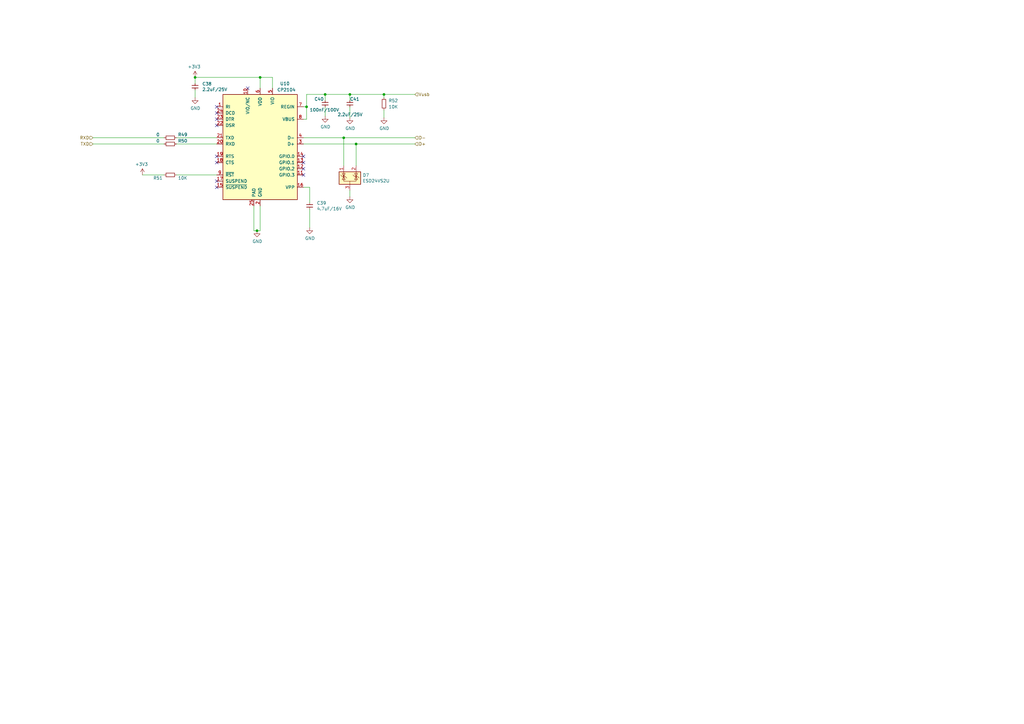
<source format=kicad_sch>
(kicad_sch (version 20231120) (generator "eeschema") (generator_version "8.0")
  (paper "A3")
  (title_block (date "2023-10-19") (rev "V0.1") (company "teTra"))
  (lib_symbols
    (symbol "BMS-Master-rescue:CP2104-Interface_USB" (pin_names (offset 1.016))
      (property "Reference" "U" (at -7.62 23.495 0))
      (property "Value" "Interface_USB_CP2104" (at -7.62 21.59 0))
      (symbol "CP2104-Interface_USB_0_1"
        (rectangle (start -15.24 20.32) (end 15.24 -22.86) (stroke (width 0.254)) (fill (type background)))
      )
      (symbol "CP2104-Interface_USB_1_1"
        (pin input line (at 17.78 15.24 180) (length 2.54) (name "RI") (number "1"))
        (pin power_out line (at 5.08 22.86 270) (length 2.54) (name "VIO/NC") (number "10"))
        (pin bidirectional line (at -17.78 -12.7 0) (length 2.54) (name "GPIO.3") (number "11"))
        (pin bidirectional line (at -17.78 -10.16 0) (length 2.54) (name "GPIO.2") (number "12"))
        (pin bidirectional line (at -17.78 -7.62 0) (length 2.54) (name "GPIO.1") (number "13"))
        (pin bidirectional line (at -17.78 -5.08 0) (length 2.54) (name "GPIO.0") (number "14"))
        (pin output line (at 17.78 -17.78 180) (length 2.54) (name "~{SUSPEND}") (number "15"))
        (pin passive line (at -17.78 -17.78 0) (length 2.54) (name "VPP") (number "16"))
        (pin output line (at 17.78 -15.24 180) (length 2.54) (name "SUSPEND") (number "17"))
        (pin input line (at 17.78 -7.62 180) (length 2.54) (name "CTS") (number "18"))
        (pin output line (at 17.78 -5.08 180) (length 2.54) (name "RTS") (number "19"))
        (pin power_in line (at 0 -25.4 90) (length 2.54) (name "GND") (number "2"))
        (pin input line (at 17.78 0 180) (length 2.54) (name "RXD") (number "20"))
        (pin output line (at 17.78 2.54 180) (length 2.54) (name "TXD") (number "21"))
        (pin input line (at 17.78 7.62 180) (length 2.54) (name "DSR") (number "22"))
        (pin output line (at 17.78 10.16 180) (length 2.54) (name "DTR") (number "23"))
        (pin input line (at 17.78 12.7 180) (length 2.54) (name "DCD") (number "24"))
        (pin power_in line (at 2.54 -25.4 90) (length 2.54) (name "PAD") (number "25"))
        (pin bidirectional line (at -17.78 0 0) (length 2.54) (name "D+") (number "3"))
        (pin bidirectional line (at -17.78 2.54 0) (length 2.54) (name "D-") (number "4"))
        (pin power_in line (at -5.08 22.86 270) (length 2.54) (name "VIO") (number "5"))
        (pin power_in line (at 0 22.86 270) (length 2.54) (name "VDD") (number "6"))
        (pin power_in line (at -17.78 15.24 0) (length 2.54) (name "REGIN") (number "7"))
        (pin input line (at -17.78 10.16 0) (length 2.54) (name "VBUS") (number "8"))
        (pin bidirectional line (at 17.78 -12.7 180) (length 2.54) (name "~{RST}") (number "9"))
      )
    )
    (symbol "Device:C" (pin_numbers hide) (pin_names (offset 0.254))
      (property "Reference" "C" (at 0.635 2.54 0))
      (property "Value" "C" (at 0.635 -2.54 0))
      (symbol "C_1_1"
        (polyline (pts (xy -1.27 -0.508) (xy 1.27 -0.508)) (stroke (width 0.254)))
        (polyline (pts (xy -1.27 0.508) (xy 1.27 0.508)) (stroke (width 0.254)))
        (pin passive line (at 0 1.27 270) (length 0.762) (name "~") (number "1"))
        (pin passive line (at 0 -1.27 90) (length 0.762) (name "~") (number "2"))
      )
    )
    (symbol "Device:R_Small" (pin_numbers hide) (pin_names (offset 0.254) hide)
      (property "Reference" "R" (at 0.762 0.508 0))
      (property "Value" "R_Small" (at 0.762 -1.016 0))
      (symbol "R_Small_0_1"
        (rectangle (start -0.762 1.778) (end 0.762 -1.778) (stroke (width 0.2032)))
      )
      (symbol "R_Small_1_1"
        (pin passive line (at 0 2.54 270) (length 0.762) (name "~") (number "1"))
        (pin passive line (at 0 -2.54 90) (length 0.762) (name "~") (number "2"))
      )
    )
    (symbol "Power_Protection:SZNUP2105L" (pin_names hide)
      (property "Reference" "D" (at 5.715 2.54 0))
      (property "Value" "SZNUP2105L" (at 5.715 0.635 0))
      (symbol "SZNUP2105L_0_0"
        (pin passive line (at 0 -5.08 90) (length 2.54) (name "A") (number "3"))
      )
      (symbol "SZNUP2105L_0_1"
        (rectangle (start -4.445 2.54) (end 4.445 -2.54) (stroke (width 0.254)) (fill (type background)))
        (polyline (pts (xy -2.54 2.54) (xy -2.54 0.635)))
        (polyline (pts (xy 0 -1.27) (xy 0 -2.54)))
        (polyline (pts (xy 2.54 2.54) (xy 2.54 0.635)))
        (polyline (pts (xy -3.81 1.27) (xy -3.175 0.635) (xy -1.905 0.635) (xy -1.27 0)))
        (polyline (pts (xy -2.54 0.635) (xy -2.54 -1.27) (xy 2.54 -1.27) (xy 2.54 0.635)))
        (polyline (pts (xy -2.54 0.635) (xy -1.905 -0.635) (xy -3.175 -0.635) (xy -2.54 0.635)))
        (polyline (pts (xy 2.54 0.635) (xy 1.905 -0.635) (xy 3.175 -0.635) (xy 2.54 0.635)))
        (polyline (pts (xy 2.54 0.635) (xy 3.175 1.905) (xy 1.905 1.905) (xy 2.54 0.635)))
        (polyline (pts (xy -2.54 0.635) (xy -3.175 1.905) (xy -1.905 1.905) (xy -2.54 0.635) (xy -2.54 1.27)))
        (polyline (pts (xy 1.27 1.27) (xy 1.905 0.635) (xy 2.54 0.635) (xy 3.175 0.635) (xy 3.81 0)))
      )
      (symbol "SZNUP2105L_1_1"
        (pin passive line (at -2.54 5.08 270) (length 2.54) (name "K") (number "1"))
        (pin passive line (at 2.54 5.08 270) (length 2.54) (name "K") (number "2"))
      )
    )
    (symbol "power:+3V3" (power) (pin_names (offset 0))
      (property "Value" "+3V3" (at 0 3.556 0))
      (symbol "+3V3_0_1"
        (polyline (pts (xy -0.762 1.27) (xy 0 2.54)))
        (polyline (pts (xy 0 0) (xy 0 2.54)))
        (polyline (pts (xy 0 2.54) (xy 0.762 1.27)))
      )
      (symbol "+3V3_1_1"
        (pin power_in line (at 0 0 90) (length 0) hide (name "+3V3") (number "1"))
      )
    )
    (symbol "power:GND" (power) (pin_names (offset 0))
      (property "Value" "GND" (at 0 -3.81 0))
      (symbol "GND_0_1"
        (polyline (pts (xy 0 0) (xy 0 -1.27) (xy 1.27 -1.27) (xy 0 -2.54) (xy -1.27 -1.27) (xy 0 -1.27)))
      )
      (symbol "GND_1_1"
        (pin power_in line (at 0 0 270) (length 0) hide (name "GND") (number "1"))
      )
    )
  )
  (junction (at 140.97 56.515))
  (junction (at 157.48 38.735))
  (junction (at 105.41 94.615))
  (junction (at 80.01 31.75))
  (junction (at 146.05 59.055))
  (junction (at 133.35 38.735))
  (junction (at 106.68 31.75))
  (junction (at 125.73 43.815))
  (junction (at 143.51 38.735))
  (no_connect (at 88.9 48.895))
  (no_connect (at 88.9 66.675))
  (no_connect (at 88.9 46.355))
  (no_connect (at 88.9 74.295))
  (no_connect (at 124.46 69.215))
  (no_connect (at 124.46 64.135))
  (no_connect (at 101.6 36.195))
  (no_connect (at 88.9 76.835))
  (no_connect (at 124.46 66.675))
  (no_connect (at 88.9 43.815))
  (no_connect (at 88.9 51.435))
  (no_connect (at 88.9 64.135))
  (no_connect (at 124.46 71.755))
  (wire (pts (xy 146.05 59.055) (xy 170.18 59.055)))
  (wire (pts (xy 146.05 59.055) (xy 146.05 67.945)))
  (wire (pts (xy 104.14 84.455) (xy 104.14 94.615)))
  (wire (pts (xy 106.68 36.195) (xy 106.68 31.75)))
  (wire (pts (xy 127 76.835) (xy 127 83.185)))
  (wire (pts (xy 80.01 36.83) (xy 80.01 40.005)))
  (wire (pts (xy 133.35 43.815) (xy 133.35 47.625)))
  (wire (pts (xy 106.68 94.615) (xy 106.68 84.455)))
  (wire (pts (xy 106.68 31.75) (xy 111.76 31.75)))
  (wire (pts (xy 127 85.725) (xy 127 93.345)))
  (wire (pts (xy 125.73 43.815) (xy 125.73 38.735)))
  (wire (pts (xy 143.51 43.815) (xy 143.51 48.26)))
  (wire (pts (xy 80.01 31.75) (xy 106.68 31.75)))
  (wire (pts (xy 157.48 45.085) (xy 157.48 48.26)))
  (wire (pts (xy 38.1 56.515) (xy 67.31 56.515)))
  (wire (pts (xy 72.39 56.515) (xy 88.9 56.515)))
  (wire (pts (xy 72.39 59.055) (xy 88.9 59.055)))
  (wire (pts (xy 157.48 38.735) (xy 170.18 38.735)))
  (wire (pts (xy 133.35 38.735) (xy 133.35 41.275)))
  (wire (pts (xy 140.97 67.945) (xy 140.97 56.515)))
  (wire (pts (xy 143.51 78.105) (xy 143.51 80.645)))
  (wire (pts (xy 143.51 38.735) (xy 157.48 38.735)))
  (wire (pts (xy 58.42 71.755) (xy 67.31 71.755)))
  (wire (pts (xy 124.46 48.895) (xy 125.73 48.895)))
  (wire (pts (xy 72.39 71.755) (xy 88.9 71.755)))
  (wire (pts (xy 124.46 59.055) (xy 146.05 59.055)))
  (wire (pts (xy 157.48 38.735) (xy 157.48 40.005)))
  (wire (pts (xy 125.73 43.815) (xy 124.46 43.815)))
  (wire (pts (xy 124.46 56.515) (xy 140.97 56.515)))
  (wire (pts (xy 143.51 38.735) (xy 143.51 41.275)))
  (wire (pts (xy 111.76 31.75) (xy 111.76 36.195)))
  (wire (pts (xy 104.14 94.615) (xy 105.41 94.615)))
  (wire (pts (xy 125.73 38.735) (xy 133.35 38.735)))
  (wire (pts (xy 125.73 48.895) (xy 125.73 43.815)))
  (wire (pts (xy 140.97 56.515) (xy 170.18 56.515)))
  (wire (pts (xy 127 76.835) (xy 124.46 76.835)))
  (wire (pts (xy 80.01 31.75) (xy 80.01 34.29)))
  (wire (pts (xy 133.35 38.735) (xy 143.51 38.735)))
  (wire (pts (xy 105.41 94.615) (xy 106.68 94.615)))
  (wire (pts (xy 38.1 59.055) (xy 67.31 59.055)))
  (hierarchical_label "Vusb" (shape input) (at 170.18 38.735 0))
  (hierarchical_label "TXD" (shape input) (at 38.1 59.055 180))
  (hierarchical_label "D+" (shape input) (at 170.18 59.055 0))
  (hierarchical_label "D-" (shape input) (at 170.18 56.515 0))
  (hierarchical_label "RXD" (shape input) (at 38.1 56.515 180))
  (symbol (lib_id "BMS-Master-rescue:CP2104-Interface_USB") (at 106.68 59.055 0) (mirror y) (unit 1)
    (property "Reference" "U10" (at 116.84 34.29 0))
    (property "Value" "CP2104" (at 117.475 36.83 0))
    (property "Footprint" "Package_DFN_QFN:HVQFN-24-1EP_4x4mm_P0.5mm_EP2.6x2.6mm" (effects (hide yes)))
    (property "Datasheet" "https://www.silabs.com/documents/public/data-sheets/cp2104.pdf" (effects (hide yes)))
    (property "Description" "USB Bridge, USB to UART USB 2.0 UART Interface 24-QFN (4x4)" (effects (hide yes)))
    (property "MPN" "CP2104-F03-GM" (effects (hide yes)))
    (property "Link" "https://www.digikey.jp/en/products/detail/silicon-labs/CP2104-F03-GM/2486177" (effects (hide yes)))
  )
  (symbol (lib_id "power:GND") (at 105.41 94.615 0) (unit 1)
    (property "Reference" "#PWR064" (effects (hide yes)))
    (property "Value" "GND" (at 105.537 99.0092 0))
  )
  (symbol (lib_id "Device:R_Small") (at 69.85 56.515 270) (unit 1)
    (property "Reference" "R49" (at 74.93 55.245 90))
    (property "Value" "0" (at 64.77 55.245 90))
    (property "Footprint" "Resistor_SMD:R_0603_1608Metric" (effects (hide yes)))
    (property "Datasheet" "https://www.yageo.com/upload/media/product/products/datasheet/rchip/PYu-RC_Group_51_RoHS_L_12.pdf" (effects (hide yes)))
    (property "Description" "0 Ohms Jumper Chip Resistor 0603 (1608 Metric) Moisture Resistant Thick Film" (effects (hide yes)))
    (property "MPN" "RC0603JR-070RL" (effects (hide yes)))
    (property "Link" "https://www.digikey.jp/en/products/detail/yageo/RC0603JR-070RL/726675?s=N4IgTCBcDaIEoGEAMA2JBmAUnAtEg7EnADIgC6AvkA" (effects (hide yes)))
  )
  (symbol (lib_id "Device:R_Small") (at 69.85 59.055 270) (unit 1)
    (property "Reference" "R50" (at 74.93 57.785 90))
    (property "Value" "0" (at 64.77 57.785 90))
    (property "Footprint" "Resistor_SMD:R_0603_1608Metric" (effects (hide yes)))
    (property "Datasheet" "https://www.yageo.com/upload/media/product/products/datasheet/rchip/PYu-RC_Group_51_RoHS_L_12.pdf" (effects (hide yes)))
    (property "Description" "0 Ohms Jumper Chip Resistor 0603 (1608 Metric) Moisture Resistant Thick Film" (effects (hide yes)))
    (property "MPN" "RC0603JR-070RL" (effects (hide yes)))
    (property "Link" "https://www.digikey.jp/en/products/detail/yageo/RC0603JR-070RL/726675?s=N4IgTCBcDaIEoGEAMA2JBmAUnAtEg7EnADIgC6AvkA" (effects (hide yes)))
  )
  (symbol (lib_id "power:GND") (at 143.51 80.645 0) (unit 1)
    (property "Reference" "#PWR068" (effects (hide yes)))
    (property "Value" "GND" (at 143.637 85.0392 0))
  )
  (symbol (lib_id "Device:R_Small") (at 69.85 71.755 90) (unit 1)
    (property "Reference" "R51" (at 64.77 73.025 90))
    (property "Value" "10K" (at 74.93 73.025 90))
    (property "Footprint" "Resistor_SMD:R_0603_1608Metric" (effects (hide yes)))
    (property "Datasheet" "https://www.seielect.com/catalog/sei-rmcf_rmcp.pdf" (effects (hide yes)))
    (property "Description" "10 kOhms ±1% 0.1W, 1/10W Chip Resistor 0603 (1608 Metric) Automotive AEC-Q200 Thick Film" (effects (hide yes)))
    (property "MPN" "RMCF0603FT10K0" (effects (hide yes)))
    (property "Link" "https://www.digikey.jp/en/products/detail/stackpole-electronics-inc/RMCF0603FT10K0/1761235?s=N4IgTCBcDaIEoFkDCAxADANjQZhQFQEY0BpNEAXQF8g" (effects (hide yes)))
  )
  (symbol (lib_id "Device:C") (at 127 84.455 0) (unit 1)
    (property "Reference" "C39" (at 129.921 83.2866 0) (effects (justify left)))
    (property "Value" "4.7uF/16V" (at 129.921 85.598 0) (effects (justify left)))
    (property "Footprint" "Capacitor_SMD:C_0603_1608Metric" (effects (hide yes)))
    (property "Datasheet" "https://mm.digikey.com/Volume0/opasdata/d220001/medias/docus/2328/CL10A475KO8NNNC_Spec.pdf" (effects (hide yes)))
    (property "Description" "4.7 µF ±10% 16V Ceramic Capacitor X5R 0603 (1608 Metric)" (effects (hide yes)))
    (property "MPN" "CL10A475KO8NNNC" (effects (hide yes)))
    (property "Link" "https://www.digikey.jp/en/products/detail/samsung-electro-mechanics/CL10A475KO8NNNC/3887442" (effects (hide yes)))
  )
  (symbol (lib_id "power:GND") (at 127 93.345 0) (unit 1)
    (property "Reference" "#PWR065" (effects (hide yes)))
    (property "Value" "GND" (at 127.127 97.7392 0))
  )
  (symbol (lib_id "Device:C") (at 80.01 35.56 0) (unit 1)
    (property "Reference" "C38" (at 82.931 34.3916 0) (effects (justify left)))
    (property "Value" "2.2uF/25V" (at 82.931 36.703 0) (effects (justify left)))
    (property "Footprint" "Capacitor_SMD:C_0603_1608Metric" (effects (hide yes)))
    (property "Datasheet" "https://search.murata.co.jp/Ceramy/image/img/A01X/G101/ENG/GRM188R61E225KA12-01.pdf" (effects (hide yes)))
    (property "Description" "2.2 µF ±10% 25V Ceramic Capacitor X5R 0603 (1608 Metric)" (effects (hide yes)))
    (property "MPN" "GRM188R61E225KA12D" (effects (hide yes)))
    (property "Link" "https://www.digikey.jp/en/products/detail/murata-electronics/GRM188R61E225KA12D/4905349" (effects (hide yes)))
  )
  (symbol (lib_id "power:GND") (at 80.01 40.005 0) (unit 1)
    (property "Reference" "#PWR063" (effects (hide yes)))
    (property "Value" "GND" (at 80.137 44.3992 0))
  )
  (symbol (lib_id "Device:C") (at 143.51 42.545 0) (unit 1)
    (property "Reference" "C41" (at 143.51 40.64 0) (effects (justify left)))
    (property "Value" "2.2uF/25V" (at 138.43 46.99 0) (effects (justify left)))
    (property "Footprint" "Capacitor_SMD:C_0603_1608Metric" (effects (hide yes)))
    (property "Datasheet" "https://search.murata.co.jp/Ceramy/image/img/A01X/G101/ENG/GRM188R61E225KA12-01.pdf" (effects (hide yes)))
    (property "Description" "2.2 µF ±10% 25V Ceramic Capacitor X5R 0603 (1608 Metric)" (effects (hide yes)))
    (property "MPN" "GRM188R61E225KA12D" (effects (hide yes)))
    (property "Link" "https://www.digikey.jp/en/products/detail/murata-electronics/GRM188R61E225KA12D/4905349" (effects (hide yes)))
  )
  (symbol (lib_id "Device:C") (at 133.35 42.545 0) (unit 1)
    (property "Reference" "C40" (at 128.905 40.64 0) (effects (justify left)))
    (property "Value" "100nF/100V" (at 127 45.085 0) (effects (justify left)))
    (property "Footprint" "Capacitor_SMD:C_0603_1608Metric" (effects (hide yes)))
    (property "Datasheet" "https://www.digikey.jp/en/products/detail/samsung-electro-mechanics/CL10B104KC8NNNC/5961291?s=N4IgTCBcDaIMIBkCMAGAQqgLAaTgDgDki4AdEkAXQF8g" (effects (hide yes)))
    (property "Description" "0.1 µF ±10% 100V Ceramic Capacitor X7R 0603 (1608 Metric)" (effects (hide yes)))
    (property "MPN" "CL10B104KC8NNNC" (effects (hide yes)))
    (property "Link" "https://www.digikey.jp/en/products/detail/samsung-electro-mechanics/CL10B104KC8NNNC/5961291?s=N4IgTCBcDaIMIBkCMAGAQqgLAaTgDgDki4QBdAXyA" (effects (hide yes)))
  )
  (symbol (lib_id "Device:R_Small") (at 157.48 42.545 0) (unit 1)
    (property "Reference" "R52" (at 161.29 41.275 0))
    (property "Value" "10K" (at 161.29 43.815 0))
    (property "Footprint" "Resistor_SMD:R_0603_1608Metric" (effects (hide yes)))
    (property "Datasheet" "https://www.seielect.com/catalog/sei-rmcf_rmcp.pdf" (effects (hide yes)))
    (property "Description" "10 kOhms ±1% 0.1W, 1/10W Chip Resistor 0603 (1608 Metric) Automotive AEC-Q200 Thick Film" (effects (hide yes)))
    (property "MPN" "RMCF0603FT10K0" (effects (hide yes)))
    (property "Link" "https://www.digikey.jp/en/products/detail/stackpole-electronics-inc/RMCF0603FT10K0/1761235?s=N4IgTCBcDaIEoFkDCAxADANjQZhQFQEY0BpNEAXQF8g" (effects (hide yes)))
  )
  (symbol (lib_id "power:GND") (at 133.35 47.625 0) (unit 1)
    (property "Reference" "#PWR066" (effects (hide yes)))
    (property "Value" "GND" (at 133.477 52.0192 0))
  )
  (symbol (lib_id "power:GND") (at 143.51 48.26 0) (unit 1)
    (property "Reference" "#PWR067" (effects (hide yes)))
    (property "Value" "GND" (at 143.637 52.6542 0))
  )
  (symbol (lib_id "power:GND") (at 157.48 48.26 0) (unit 1)
    (property "Reference" "#PWR069" (effects (hide yes)))
    (property "Value" "GND" (at 157.607 52.6542 0))
  )
  (symbol (lib_id "Power_Protection:SZNUP2105L") (at 143.51 73.025 0) (unit 1)
    (property "Reference" "D7" (at 148.717 71.8566 0) (effects (justify left)))
    (property "Value" "ESD24VS2U" (at 148.717 74.168 0) (effects (justify left)))
    (property "Footprint" "Package_TO_SOT_SMD:SOT-23" (effects (hide yes)))
    (property "Datasheet" "https://www.infineon.com/dgdl/Infineon-ESD24VS2U-DS-v01_01-en.pdf?fileId=db3a3043340fff53013413a2249d2ff3" (effects (hide yes)))
    (property "Description" "41V Clamp 5A (8/20µs) Ipp Tvs Diode Surface Mount PG-SOT23" (effects (hide yes)))
    (property "MPN" "ESD24VS2UE6327HTSA1" (effects (hide yes)))
    (property "Link" "https://www.digikey.jp/en/products/detail/infineon-technologies/ESD24VS2UE6327HTSA1/1785650" (effects (hide yes)))
  )
  (symbol (lib_id "power:+3V3") (at 58.42 71.755 0) (mirror y) (unit 1)
    (property "Reference" "#PWR041" (effects (hide yes)))
    (property "Value" "+3V3" (at 58.039 67.3608 0))
  )
  (symbol (lib_id "power:+3V3") (at 80.01 31.75 0) (mirror y) (unit 1)
    (property "Reference" "#PWR044" (effects (hide yes)))
    (property "Value" "+3V3" (at 79.629 27.3558 0))
  )
)
</source>
